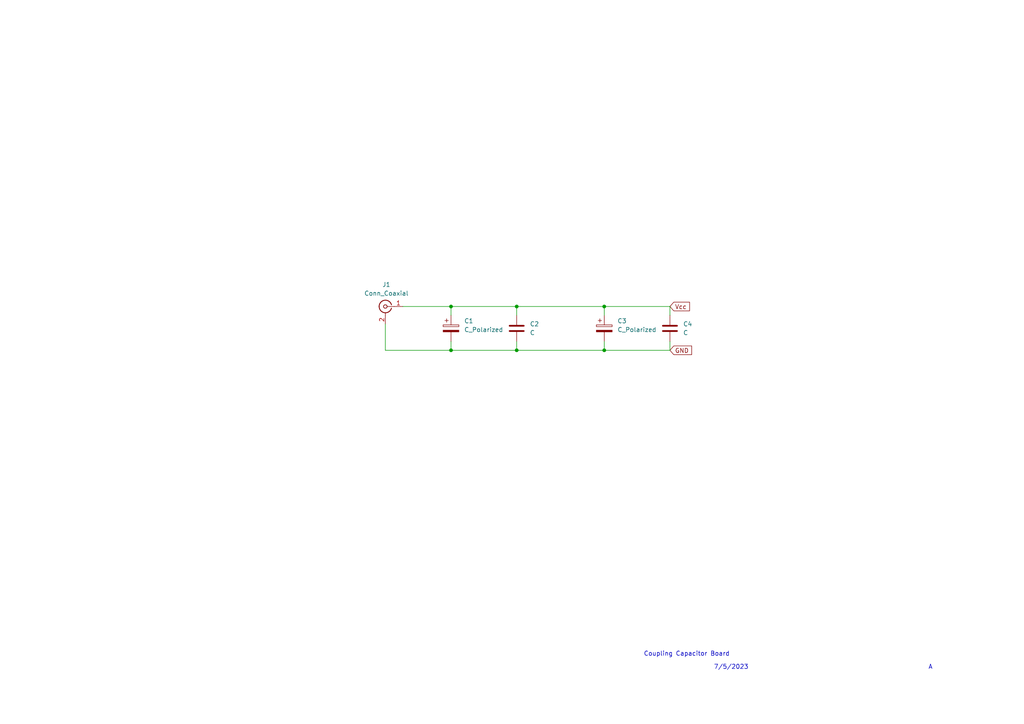
<source format=kicad_sch>
(kicad_sch (version 20230121) (generator eeschema)
  (paper "A4")
  (lib_symbols
    (symbol "Connector:Conn_Coaxial" (pin_names (offset 1.016) hide)
      (property "Reference" "J" (at 0.254 3.048 0))
      (property "Value" "Conn_Coaxial" (at 2.921 0 90))
      (symbol "Conn_Coaxial_0_1"
        (arc (start -1.778 -0.508) (mid 0.2311 -1.8066) (end 1.778 0) (stroke (width 0.254)))
        (polyline (pts (xy -2.54 0) (xy -0.508 0)))
        (polyline (pts (xy 0 -2.54) (xy 0 -1.778)))
        (circle (center 0 0) (radius 0.508) (stroke (width 0.2032)))
        (arc (start 1.778 0) (mid 0.2099 1.8101) (end -1.778 0.508) (stroke (width 0.254)))
      )
      (symbol "Conn_Coaxial_1_1"
        (pin passive line (at -5.08 0 0) (length 2.54) (name "In") (number "1"))
        (pin passive line (at 0 -5.08 90) (length 2.54) (name "Ext") (number "2"))
      )
    )
    (symbol "Device:C" (pin_numbers hide) (pin_names (offset 0.254))
      (property "Reference" "C" (at 0.635 2.54 0))
      (property "Value" "C" (at 0.635 -2.54 0))
      (symbol "C_0_1"
        (polyline (pts (xy -2.032 -0.762) (xy 2.032 -0.762)) (stroke (width 0.508)))
        (polyline (pts (xy -2.032 0.762) (xy 2.032 0.762)) (stroke (width 0.508)))
      )
      (symbol "C_1_1"
        (pin passive line (at 0 3.81 270) (length 2.794) (name "~") (number "1"))
        (pin passive line (at 0 -3.81 90) (length 2.794) (name "~") (number "2"))
      )
    )
    (symbol "Device:C_Polarized" (pin_numbers hide) (pin_names (offset 0.254))
      (property "Reference" "C" (at 0.635 2.54 0))
      (property "Value" "C_Polarized" (at 0.635 -2.54 0))
      (symbol "C_Polarized_0_1"
        (rectangle (start -2.286 0.508) (end 2.286 1.016))
        (polyline (pts (xy -1.778 2.286) (xy -0.762 2.286)))
        (polyline (pts (xy -1.27 2.794) (xy -1.27 1.778)))
        (rectangle (start 2.286 -0.508) (end -2.286 -1.016) (fill (type outline)))
      )
      (symbol "C_Polarized_1_1"
        (pin passive line (at 0 3.81 270) (length 2.794) (name "~") (number "1"))
        (pin passive line (at 0 -3.81 90) (length 2.794) (name "~") (number "2"))
      )
    )
  )
  (junction (at 175.26 101.6))
  (junction (at 149.86 101.6))
  (junction (at 175.26 88.9))
  (junction (at 130.81 101.6))
  (junction (at 130.81 88.9))
  (junction (at 149.86 88.9))
  (wire (pts (xy 194.31 88.9) (xy 194.31 91.44)))
  (wire (pts (xy 111.76 101.6) (xy 130.81 101.6)))
  (wire (pts (xy 111.76 93.98) (xy 111.76 101.6)))
  (wire (pts (xy 149.86 88.9) (xy 149.86 91.44)))
  (wire (pts (xy 149.86 88.9) (xy 175.26 88.9)))
  (wire (pts (xy 149.86 101.6) (xy 149.86 99.06)))
  (wire (pts (xy 130.81 101.6) (xy 130.81 99.06)))
  (wire (pts (xy 130.81 101.6) (xy 149.86 101.6)))
  (wire (pts (xy 130.81 88.9) (xy 130.81 91.44)))
  (wire (pts (xy 130.81 88.9) (xy 149.86 88.9)))
  (wire (pts (xy 116.84 88.9) (xy 130.81 88.9)))
  (wire (pts (xy 175.26 88.9) (xy 175.26 91.44)))
  (wire (pts (xy 149.86 101.6) (xy 175.26 101.6)))
  (wire (pts (xy 175.26 88.9) (xy 194.31 88.9)))
  (wire (pts (xy 194.31 101.6) (xy 194.31 99.06)))
  (wire (pts (xy 175.26 101.6) (xy 175.26 99.06)))
  (wire (pts (xy 175.26 101.6) (xy 194.31 101.6)))
  (text "A" (at 269.24 194.31 0) (effects (font (size 1.27 1.27)) (justify left bottom)))
  (text "Coupling Capacitor Board" (at 186.69 190.5 0) (effects (font (size 1.27 1.27)) (justify left bottom)))
  (text "7/5/2023" (at 207.01 194.31 0) (effects (font (size 1.27 1.27)) (justify left bottom)))
  (global_label "GND" (shape input) (at 194.31 101.6 0) (property "Intersheetrefs" "${INTERSHEET_REFS}" (effects hide)))
  (global_label "Vcc" (shape input) (at 194.31 88.9 0) (property "Intersheetrefs" "${INTERSHEET_REFS}" (effects hide)))
  (symbol (lib_id "Connector:Conn_Coaxial") (at 111.76 88.9 0) (mirror y) (unit 1)
    (property "Reference" "J1" (at 112.0774 82.55 0))
    (property "Value" "Conn_Coaxial" (at 112.0774 85.09 0))
    (property "Footprint" "Connector_Coaxial:SMA_Molex_73251-1153_EdgeMount_Horizontal" (effects hide))
    (property "Datasheet" " ~" (effects hide))
  )
  (symbol (lib_id "Device:C") (at 149.86 95.25 0) (unit 1)
    (property "Reference" "C2" (at 153.67 93.98 0) (effects (justify left)))
    (property "Value" "C" (at 153.67 96.52 0) (effects (justify left)))
    (property "Footprint" "Capacitor_SMD:C_1206_3216Metric" (effects hide))
  )
  (symbol (lib_id "Device:C_Polarized") (at 130.81 95.25 0) (unit 1)
    (property "Reference" "C1" (at 134.62 93.091 0) (effects (justify left)))
    (property "Value" "C_Polarized" (at 134.62 95.631 0) (effects (justify left)))
    (property "Footprint" "Capacitor_SMD:C_1206_3216Metric" (effects hide))
  )
  (symbol (lib_id "Device:C") (at 194.31 95.25 0) (unit 1)
    (property "Reference" "C4" (at 198.12 93.98 0) (effects (justify left)))
    (property "Value" "C" (at 198.12 96.52 0) (effects (justify left)))
    (property "Footprint" "Capacitor_SMD:C_1206_3216Metric" (effects hide))
  )
  (symbol (lib_id "Device:C_Polarized") (at 175.26 95.25 0) (unit 1)
    (property "Reference" "C3" (at 179.07 93.091 0) (effects (justify left)))
    (property "Value" "C_Polarized" (at 179.07 95.631 0) (effects (justify left)))
    (property "Footprint" "Capacitor_SMD:C_1206_3216Metric" (effects hide))
  )
)
</source>
